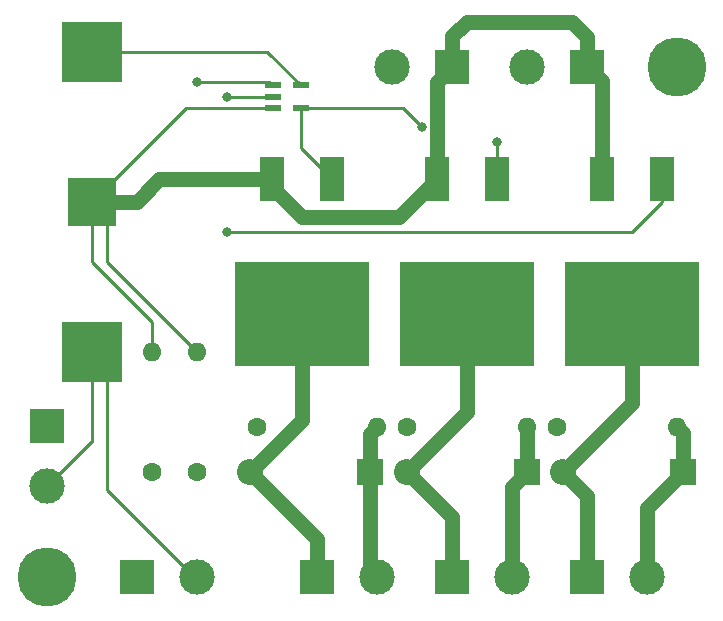
<source format=gbr>
%TF.GenerationSoftware,KiCad,Pcbnew,(5.1.10)-1*%
%TF.CreationDate,2022-01-12T13:36:27-08:00*%
%TF.ProjectId,killswitch,6b696c6c-7377-4697-9463-682e6b696361,rev?*%
%TF.SameCoordinates,Original*%
%TF.FileFunction,Copper,L1,Top*%
%TF.FilePolarity,Positive*%
%FSLAX46Y46*%
G04 Gerber Fmt 4.6, Leading zero omitted, Abs format (unit mm)*
G04 Created by KiCad (PCBNEW (5.1.10)-1) date 2022-01-12 13:36:27*
%MOMM*%
%LPD*%
G01*
G04 APERTURE LIST*
%TA.AperFunction,ComponentPad*%
%ADD10O,2.200000X2.200000*%
%TD*%
%TA.AperFunction,ComponentPad*%
%ADD11R,2.200000X2.200000*%
%TD*%
%TA.AperFunction,ComponentPad*%
%ADD12R,3.000000X3.000000*%
%TD*%
%TA.AperFunction,ComponentPad*%
%ADD13C,3.000000*%
%TD*%
%TA.AperFunction,SMDPad,CuDef*%
%ADD14R,11.430000X8.890000*%
%TD*%
%TA.AperFunction,SMDPad,CuDef*%
%ADD15R,2.080000X3.810000*%
%TD*%
%TA.AperFunction,ComponentPad*%
%ADD16C,1.600000*%
%TD*%
%TA.AperFunction,ComponentPad*%
%ADD17O,1.600000X1.600000*%
%TD*%
%TA.AperFunction,SMDPad,CuDef*%
%ADD18R,4.064000X4.064000*%
%TD*%
%TA.AperFunction,SMDPad,CuDef*%
%ADD19R,5.080000X5.080000*%
%TD*%
%TA.AperFunction,SMDPad,CuDef*%
%ADD20R,1.473200X0.558800*%
%TD*%
%TA.AperFunction,ViaPad*%
%ADD21C,5.000000*%
%TD*%
%TA.AperFunction,ViaPad*%
%ADD22C,0.800000*%
%TD*%
%TA.AperFunction,Conductor*%
%ADD23C,1.270000*%
%TD*%
%TA.AperFunction,Conductor*%
%ADD24C,0.250000*%
%TD*%
G04 APERTURE END LIST*
D10*
%TO.P,D1,2*%
%TO.N,toRelay1*%
X154340000Y-95250000D03*
D11*
%TO.P,D1,1*%
%TO.N,outRelay1*%
X164500000Y-95250000D03*
%TD*%
D10*
%TO.P,D2,2*%
%TO.N,toRelay2*%
X167640000Y-95250000D03*
D11*
%TO.P,D2,1*%
%TO.N,outRelay2*%
X177800000Y-95250000D03*
%TD*%
%TO.P,D3,1*%
%TO.N,outRelay3*%
X191000000Y-95250000D03*
D10*
%TO.P,D3,2*%
%TO.N,toRelay3*%
X180840000Y-95250000D03*
%TD*%
D12*
%TO.P,J1,1*%
%TO.N,toRelay1*%
X160020000Y-104140000D03*
D13*
%TO.P,J1,2*%
%TO.N,outRelay1*%
X165100000Y-104140000D03*
%TD*%
%TO.P,J2,1*%
%TO.N,+48V*%
X166395400Y-60960000D03*
D12*
%TO.P,J2,2*%
%TO.N,GND*%
X171475400Y-60960000D03*
%TD*%
D13*
%TO.P,J4,2*%
%TO.N,outRelay2*%
X176530000Y-104140000D03*
D12*
%TO.P,J4,1*%
%TO.N,toRelay2*%
X171450000Y-104140000D03*
%TD*%
%TO.P,J5,1*%
%TO.N,toRelay3*%
X182880000Y-104140000D03*
D13*
%TO.P,J5,2*%
%TO.N,outRelay3*%
X187960000Y-104140000D03*
%TD*%
D14*
%TO.P,N-MOSFET1,2*%
%TO.N,toRelay1*%
X158750000Y-81915000D03*
D15*
%TO.P,N-MOSFET1,3*%
%TO.N,GND*%
X156210000Y-70485000D03*
%TO.P,N-MOSFET1,1*%
%TO.N,ORout*%
X161290000Y-70485000D03*
%TD*%
%TO.P,N-MOSFET2,1*%
%TO.N,HS*%
X189230000Y-70485000D03*
%TO.P,N-MOSFET2,3*%
%TO.N,GND*%
X184150000Y-70485000D03*
D14*
%TO.P,N-MOSFET2,2*%
%TO.N,toRelay3*%
X186690000Y-81915000D03*
%TD*%
%TO.P,N-MOSFET3,2*%
%TO.N,toRelay2*%
X172720000Y-81915000D03*
D15*
%TO.P,N-MOSFET3,3*%
%TO.N,GND*%
X170180000Y-70485000D03*
%TO.P,N-MOSFET3,1*%
%TO.N,ORout*%
X175260000Y-70485000D03*
%TD*%
D13*
%TO.P,SoftStop,1*%
%TO.N,3V*%
X137160000Y-96494600D03*
D12*
%TO.P,SoftStop,2*%
%TO.N,SS*%
X137160000Y-91414600D03*
%TD*%
%TO.P,HardStop,2*%
%TO.N,HS*%
X144780000Y-104140000D03*
D13*
%TO.P,HardStop,1*%
%TO.N,3V*%
X149860000Y-104140000D03*
%TD*%
D16*
%TO.P,R1,1*%
%TO.N,HS*%
X149860000Y-95250000D03*
D17*
%TO.P,R1,2*%
%TO.N,GND*%
X149860000Y-85090000D03*
%TD*%
D16*
%TO.P,R2,1*%
%TO.N,SS*%
X146050000Y-95250000D03*
D17*
%TO.P,R2,2*%
%TO.N,GND*%
X146050000Y-85090000D03*
%TD*%
%TO.P,R3,2*%
%TO.N,outRelay1*%
X165100000Y-91440000D03*
D16*
%TO.P,R3,1*%
%TO.N,+48V*%
X154940000Y-91440000D03*
%TD*%
%TO.P,R4,1*%
%TO.N,+48V*%
X167640000Y-91440000D03*
D17*
%TO.P,R4,2*%
%TO.N,outRelay2*%
X177800000Y-91440000D03*
%TD*%
%TO.P,R5,2*%
%TO.N,outRelay3*%
X190500000Y-91440000D03*
D16*
%TO.P,R5,1*%
%TO.N,48V_electronics*%
X180340000Y-91440000D03*
%TD*%
D18*
%TO.P,U1,-*%
%TO.N,GND*%
X140970000Y-72390000D03*
D19*
%TO.P,U1,+$1*%
%TO.N,3V*%
X140970000Y-85090000D03*
%TO.P,U1,+$2*%
X140970000Y-59690000D03*
%TD*%
D20*
%TO.P,U2,5*%
%TO.N,3V*%
X158673800Y-62549999D03*
%TO.P,U2,4*%
%TO.N,ORout*%
X158673800Y-64450001D03*
%TO.P,U2,3*%
%TO.N,GND*%
X156286200Y-64450001D03*
%TO.P,U2,2*%
%TO.N,HS*%
X156286200Y-63500000D03*
%TO.P,U2,1*%
%TO.N,SS*%
X156286200Y-62549999D03*
%TD*%
D13*
%TO.P,J3,1*%
%TO.N,48V_electronics*%
X177825400Y-60960000D03*
D12*
%TO.P,J3,2*%
%TO.N,GND*%
X182905400Y-60960000D03*
%TD*%
D21*
%TO.N,*%
X190500000Y-60960000D03*
X137160000Y-104140000D03*
D22*
%TO.N,HS*%
X152400000Y-63500000D03*
X152400000Y-74930000D03*
%TO.N,SS*%
X149860000Y-62230000D03*
%TO.N,ORout*%
X168910000Y-66040000D03*
X175260000Y-67310000D03*
%TD*%
D23*
%TO.N,GND*%
X182905400Y-60960000D02*
X182905400Y-58445400D01*
X182905400Y-58445400D02*
X181610000Y-57150000D01*
X181610000Y-57150000D02*
X172720000Y-57150000D01*
X171475400Y-58394600D02*
X171475400Y-60960000D01*
X172720000Y-57150000D02*
X171475400Y-58394600D01*
D24*
X148909999Y-64450001D02*
X156286200Y-64450001D01*
X140970000Y-72390000D02*
X148909999Y-64450001D01*
X156210000Y-70485000D02*
X156210000Y-71120000D01*
D23*
X156210000Y-71120000D02*
X158750000Y-73660000D01*
X167005000Y-73660000D02*
X170180000Y-70485000D01*
X158750000Y-73660000D02*
X167005000Y-73660000D01*
X184150000Y-62204600D02*
X182905400Y-60960000D01*
X184150000Y-70485000D02*
X184150000Y-62204600D01*
D24*
X146050000Y-85090000D02*
X146050000Y-82550000D01*
X140970000Y-77470000D02*
X140970000Y-72390000D01*
X146050000Y-82550000D02*
X140970000Y-77470000D01*
X142240000Y-73660000D02*
X140970000Y-72390000D01*
X142240000Y-77470000D02*
X142240000Y-73660000D01*
X149860000Y-85090000D02*
X142240000Y-77470000D01*
D23*
X156210000Y-70485000D02*
X146685000Y-70485000D01*
X144780000Y-72390000D02*
X140970000Y-72390000D01*
X146685000Y-70485000D02*
X144780000Y-72390000D01*
X170180000Y-62255400D02*
X171475400Y-60960000D01*
X170180000Y-70485000D02*
X170180000Y-62255400D01*
D24*
%TO.N,HS*%
X144754600Y-104368600D02*
X144754600Y-104165400D01*
X152400000Y-63500000D02*
X156286200Y-63500000D01*
X189230000Y-70485000D02*
X189230000Y-72390000D01*
X189230000Y-72390000D02*
X186690000Y-74930000D01*
X186690000Y-74930000D02*
X152400000Y-74930000D01*
%TO.N,3V*%
X155813801Y-59690000D02*
X158673800Y-62549999D01*
X140970000Y-59690000D02*
X155813801Y-59690000D01*
X140970000Y-92684600D02*
X140970000Y-85090000D01*
X137160000Y-96494600D02*
X140970000Y-92684600D01*
X140970000Y-92684600D02*
X140970000Y-92710000D01*
X142240000Y-86360000D02*
X140970000Y-85090000D01*
X142240000Y-96774000D02*
X142240000Y-86360000D01*
X149834600Y-104368600D02*
X142240000Y-96774000D01*
%TO.N,SS*%
X155966201Y-62230000D02*
X156286200Y-62549999D01*
X149860000Y-62230000D02*
X155966201Y-62230000D01*
D23*
%TO.N,toRelay1*%
X160020000Y-100930000D02*
X154340000Y-95250000D01*
X160020000Y-104140000D02*
X160020000Y-100930000D01*
X154340000Y-95250000D02*
X158750000Y-90840000D01*
X158750000Y-90840000D02*
X158750000Y-81915000D01*
%TO.N,toRelay2*%
X171450000Y-99060000D02*
X167640000Y-95250000D01*
X171450000Y-104140000D02*
X171450000Y-99060000D01*
X167640000Y-95250000D02*
X172720000Y-90170000D01*
X172720000Y-90170000D02*
X172720000Y-81915000D01*
%TO.N,toRelay3*%
X182880000Y-97290000D02*
X180840000Y-95250000D01*
X182880000Y-104140000D02*
X182880000Y-97290000D01*
X180840000Y-95250000D02*
X186690000Y-89400000D01*
X186690000Y-89400000D02*
X186690000Y-81915000D01*
D24*
%TO.N,outRelay1*%
X165100000Y-95850000D02*
X164500000Y-95250000D01*
D23*
X164500000Y-103540000D02*
X165100000Y-104140000D01*
X164500000Y-95250000D02*
X164500000Y-103540000D01*
X164500000Y-92040000D02*
X165100000Y-91440000D01*
X164500000Y-95250000D02*
X164500000Y-92040000D01*
%TO.N,outRelay2*%
X177800000Y-95250000D02*
X177800000Y-91440000D01*
X176530000Y-96520000D02*
X177800000Y-95250000D01*
X176530000Y-104140000D02*
X176530000Y-96520000D01*
%TO.N,outRelay3*%
X187960000Y-98290000D02*
X191000000Y-95250000D01*
X187960000Y-104140000D02*
X187960000Y-98290000D01*
X191000000Y-91940000D02*
X190500000Y-91440000D01*
X191000000Y-95250000D02*
X191000000Y-91940000D01*
D24*
%TO.N,ORout*%
X158673800Y-67868800D02*
X161290000Y-70485000D01*
X158673800Y-64450001D02*
X158673800Y-67868800D01*
X158673800Y-64450001D02*
X167320001Y-64450001D01*
X167320001Y-64450001D02*
X168910000Y-66040000D01*
X175260000Y-67310000D02*
X175260000Y-70485000D01*
%TD*%
M02*

</source>
